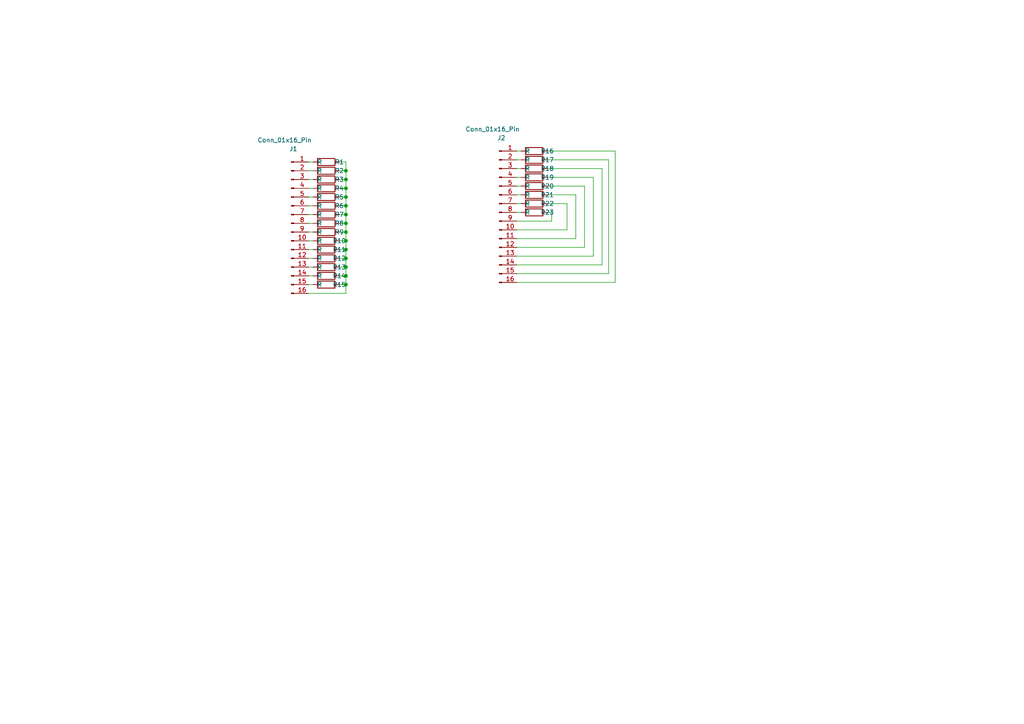
<source format=kicad_sch>
(kicad_sch (version 20230121) (generator eeschema)
  (paper "A4")
  (lib_symbols
    (symbol "Connector:Conn_01x16_Pin" (pin_names (offset 1.016) hide)
      (property "Reference" "J" (at 0 20.32 0))
      (property "Value" "Conn_01x16_Pin" (at 0 -22.86 0))
      (symbol "Conn_01x16_Pin_1_1"
        (polyline (pts (xy 1.27 -20.32) (xy 0.8636 -20.32)) (stroke (width 0.1524)))
        (polyline (pts (xy 1.27 -17.78) (xy 0.8636 -17.78)) (stroke (width 0.1524)))
        (polyline (pts (xy 1.27 -15.24) (xy 0.8636 -15.24)) (stroke (width 0.1524)))
        (polyline (pts (xy 1.27 -12.7) (xy 0.8636 -12.7)) (stroke (width 0.1524)))
        (polyline (pts (xy 1.27 -10.16) (xy 0.8636 -10.16)) (stroke (width 0.1524)))
        (polyline (pts (xy 1.27 -7.62) (xy 0.8636 -7.62)) (stroke (width 0.1524)))
        (polyline (pts (xy 1.27 -5.08) (xy 0.8636 -5.08)) (stroke (width 0.1524)))
        (polyline (pts (xy 1.27 -2.54) (xy 0.8636 -2.54)) (stroke (width 0.1524)))
        (polyline (pts (xy 1.27 0) (xy 0.8636 0)) (stroke (width 0.1524)))
        (polyline (pts (xy 1.27 2.54) (xy 0.8636 2.54)) (stroke (width 0.1524)))
        (polyline (pts (xy 1.27 5.08) (xy 0.8636 5.08)) (stroke (width 0.1524)))
        (polyline (pts (xy 1.27 7.62) (xy 0.8636 7.62)) (stroke (width 0.1524)))
        (polyline (pts (xy 1.27 10.16) (xy 0.8636 10.16)) (stroke (width 0.1524)))
        (polyline (pts (xy 1.27 12.7) (xy 0.8636 12.7)) (stroke (width 0.1524)))
        (polyline (pts (xy 1.27 15.24) (xy 0.8636 15.24)) (stroke (width 0.1524)))
        (polyline (pts (xy 1.27 17.78) (xy 0.8636 17.78)) (stroke (width 0.1524)))
        (rectangle (start 0.8636 -20.193) (end 0 -20.447) (stroke (width 0.1524)) (fill (type outline)))
        (rectangle (start 0.8636 -17.653) (end 0 -17.907) (stroke (width 0.1524)) (fill (type outline)))
        (rectangle (start 0.8636 -15.113) (end 0 -15.367) (stroke (width 0.1524)) (fill (type outline)))
        (rectangle (start 0.8636 -12.573) (end 0 -12.827) (stroke (width 0.1524)) (fill (type outline)))
        (rectangle (start 0.8636 -10.033) (end 0 -10.287) (stroke (width 0.1524)) (fill (type outline)))
        (rectangle (start 0.8636 -7.493) (end 0 -7.747) (stroke (width 0.1524)) (fill (type outline)))
        (rectangle (start 0.8636 -4.953) (end 0 -5.207) (stroke (width 0.1524)) (fill (type outline)))
        (rectangle (start 0.8636 -2.413) (end 0 -2.667) (stroke (width 0.1524)) (fill (type outline)))
        (rectangle (start 0.8636 0.127) (end 0 -0.127) (stroke (width 0.1524)) (fill (type outline)))
        (rectangle (start 0.8636 2.667) (end 0 2.413) (stroke (width 0.1524)) (fill (type outline)))
        (rectangle (start 0.8636 5.207) (end 0 4.953) (stroke (width 0.1524)) (fill (type outline)))
        (rectangle (start 0.8636 7.747) (end 0 7.493) (stroke (width 0.1524)) (fill (type outline)))
        (rectangle (start 0.8636 10.287) (end 0 10.033) (stroke (width 0.1524)) (fill (type outline)))
        (rectangle (start 0.8636 12.827) (end 0 12.573) (stroke (width 0.1524)) (fill (type outline)))
        (rectangle (start 0.8636 15.367) (end 0 15.113) (stroke (width 0.1524)) (fill (type outline)))
        (rectangle (start 0.8636 17.907) (end 0 17.653) (stroke (width 0.1524)) (fill (type outline)))
        (pin passive line (at 5.08 17.78 180) (length 3.81) (name "Pin_1") (number "1"))
        (pin passive line (at 5.08 -5.08 180) (length 3.81) (name "Pin_10") (number "10"))
        (pin passive line (at 5.08 -7.62 180) (length 3.81) (name "Pin_11") (number "11"))
        (pin passive line (at 5.08 -10.16 180) (length 3.81) (name "Pin_12") (number "12"))
        (pin passive line (at 5.08 -12.7 180) (length 3.81) (name "Pin_13") (number "13"))
        (pin passive line (at 5.08 -15.24 180) (length 3.81) (name "Pin_14") (number "14"))
        (pin passive line (at 5.08 -17.78 180) (length 3.81) (name "Pin_15") (number "15"))
        (pin passive line (at 5.08 -20.32 180) (length 3.81) (name "Pin_16") (number "16"))
        (pin passive line (at 5.08 15.24 180) (length 3.81) (name "Pin_2") (number "2"))
        (pin passive line (at 5.08 12.7 180) (length 3.81) (name "Pin_3") (number "3"))
        (pin passive line (at 5.08 10.16 180) (length 3.81) (name "Pin_4") (number "4"))
        (pin passive line (at 5.08 7.62 180) (length 3.81) (name "Pin_5") (number "5"))
        (pin passive line (at 5.08 5.08 180) (length 3.81) (name "Pin_6") (number "6"))
        (pin passive line (at 5.08 2.54 180) (length 3.81) (name "Pin_7") (number "7"))
        (pin passive line (at 5.08 0 180) (length 3.81) (name "Pin_8") (number "8"))
        (pin passive line (at 5.08 -2.54 180) (length 3.81) (name "Pin_9") (number "9"))
      )
    )
    (symbol "Device:R" (pin_numbers hide) (pin_names (offset 0))
      (property "Reference" "R" (at 2.032 0 90))
      (property "Value" "R" (at 0 0 90))
      (symbol "R_0_1"
        (rectangle (start -1.016 -2.54) (end 1.016 2.54) (stroke (width 0.254)))
      )
      (symbol "R_1_1"
        (pin passive line (at 0 3.81 270) (length 1.27) (name "~") (number "1"))
        (pin passive line (at 0 -3.81 90) (length 1.27) (name "~") (number "2"))
      )
    )
  )
  (junction (at 100.33 69.85))
  (junction (at 100.33 82.55))
  (junction (at 100.33 52.07))
  (junction (at 100.33 57.15))
  (junction (at 100.33 67.31))
  (junction (at 100.33 80.01))
  (junction (at 100.33 64.77))
  (junction (at 100.33 62.23))
  (junction (at 100.33 72.39))
  (junction (at 100.33 77.47))
  (junction (at 100.33 59.69))
  (junction (at 100.33 54.61))
  (junction (at 100.33 74.93))
  (junction (at 100.33 49.53))
  (wire (pts (xy 149.86 46.355) (xy 151.13 46.355)))
  (wire (pts (xy 98.425 46.99) (xy 100.33 46.99)))
  (wire (pts (xy 89.535 62.23) (xy 90.805 62.23)))
  (wire (pts (xy 98.425 59.69) (xy 100.33 59.69)))
  (wire (pts (xy 89.535 49.53) (xy 90.805 49.53)))
  (wire (pts (xy 100.33 69.85) (xy 100.33 67.31)))
  (wire (pts (xy 100.33 57.15) (xy 100.33 54.61)))
  (wire (pts (xy 149.86 56.515) (xy 151.13 56.515)))
  (wire (pts (xy 149.86 48.895) (xy 151.13 48.895)))
  (wire (pts (xy 98.425 74.93) (xy 100.33 74.93)))
  (wire (pts (xy 100.33 74.93) (xy 100.33 72.39)))
  (wire (pts (xy 149.86 69.215) (xy 167.005 69.215)))
  (wire (pts (xy 89.535 67.31) (xy 90.805 67.31)))
  (wire (pts (xy 158.75 53.975) (xy 169.545 53.975)))
  (wire (pts (xy 100.33 77.47) (xy 100.33 74.93)))
  (wire (pts (xy 164.465 66.675) (xy 164.465 59.055)))
  (wire (pts (xy 149.86 59.055) (xy 151.13 59.055)))
  (wire (pts (xy 89.535 74.93) (xy 90.805 74.93)))
  (wire (pts (xy 89.535 59.69) (xy 90.805 59.69)))
  (wire (pts (xy 98.425 69.85) (xy 100.33 69.85)))
  (wire (pts (xy 158.75 48.895) (xy 174.625 48.895)))
  (wire (pts (xy 149.86 71.755) (xy 169.545 71.755)))
  (wire (pts (xy 167.005 56.515) (xy 167.005 69.215)))
  (wire (pts (xy 100.33 52.07) (xy 100.33 49.53)))
  (wire (pts (xy 178.435 43.815) (xy 158.75 43.815)))
  (wire (pts (xy 98.425 54.61) (xy 100.33 54.61)))
  (wire (pts (xy 149.86 51.435) (xy 151.13 51.435)))
  (wire (pts (xy 149.86 64.135) (xy 160.02 64.135)))
  (wire (pts (xy 98.425 67.31) (xy 100.33 67.31)))
  (wire (pts (xy 89.535 85.09) (xy 100.33 85.09)))
  (wire (pts (xy 149.86 61.595) (xy 151.13 61.595)))
  (wire (pts (xy 100.33 80.01) (xy 100.33 77.47)))
  (wire (pts (xy 98.425 49.53) (xy 100.33 49.53)))
  (wire (pts (xy 172.085 74.295) (xy 172.085 51.435)))
  (wire (pts (xy 100.33 46.99) (xy 100.33 49.53)))
  (wire (pts (xy 89.535 64.77) (xy 90.805 64.77)))
  (wire (pts (xy 149.86 76.835) (xy 174.625 76.835)))
  (wire (pts (xy 98.425 72.39) (xy 100.33 72.39)))
  (wire (pts (xy 98.425 52.07) (xy 100.33 52.07)))
  (wire (pts (xy 176.53 79.375) (xy 176.53 46.355)))
  (wire (pts (xy 158.75 56.515) (xy 167.005 56.515)))
  (wire (pts (xy 89.535 77.47) (xy 90.805 77.47)))
  (wire (pts (xy 158.75 61.595) (xy 160.02 61.595)))
  (wire (pts (xy 100.33 62.23) (xy 100.33 59.69)))
  (wire (pts (xy 149.86 43.815) (xy 151.13 43.815)))
  (wire (pts (xy 89.535 69.85) (xy 90.805 69.85)))
  (wire (pts (xy 164.465 59.055) (xy 158.75 59.055)))
  (wire (pts (xy 149.86 74.295) (xy 172.085 74.295)))
  (wire (pts (xy 149.86 53.975) (xy 151.13 53.975)))
  (wire (pts (xy 98.425 77.47) (xy 100.33 77.47)))
  (wire (pts (xy 98.425 80.01) (xy 100.33 80.01)))
  (wire (pts (xy 98.425 62.23) (xy 100.33 62.23)))
  (wire (pts (xy 100.33 54.61) (xy 100.33 52.07)))
  (wire (pts (xy 89.535 54.61) (xy 90.805 54.61)))
  (wire (pts (xy 160.02 61.595) (xy 160.02 64.135)))
  (wire (pts (xy 100.33 85.09) (xy 100.33 82.55)))
  (wire (pts (xy 100.33 82.55) (xy 100.33 80.01)))
  (wire (pts (xy 89.535 72.39) (xy 90.805 72.39)))
  (wire (pts (xy 149.86 79.375) (xy 176.53 79.375)))
  (wire (pts (xy 172.085 51.435) (xy 158.75 51.435)))
  (wire (pts (xy 174.625 48.895) (xy 174.625 76.835)))
  (wire (pts (xy 89.535 46.99) (xy 90.805 46.99)))
  (wire (pts (xy 89.535 80.01) (xy 90.805 80.01)))
  (wire (pts (xy 89.535 52.07) (xy 90.805 52.07)))
  (wire (pts (xy 89.535 82.55) (xy 90.805 82.55)))
  (wire (pts (xy 100.33 59.69) (xy 100.33 57.15)))
  (wire (pts (xy 98.425 64.77) (xy 100.33 64.77)))
  (wire (pts (xy 100.33 72.39) (xy 100.33 69.85)))
  (wire (pts (xy 149.86 81.915) (xy 178.435 81.915)))
  (wire (pts (xy 89.535 57.15) (xy 90.805 57.15)))
  (wire (pts (xy 100.33 67.31) (xy 100.33 64.77)))
  (wire (pts (xy 169.545 53.975) (xy 169.545 71.755)))
  (wire (pts (xy 149.86 66.675) (xy 164.465 66.675)))
  (wire (pts (xy 178.435 81.915) (xy 178.435 43.815)))
  (wire (pts (xy 98.425 82.55) (xy 100.33 82.55)))
  (wire (pts (xy 98.425 57.15) (xy 100.33 57.15)))
  (wire (pts (xy 176.53 46.355) (xy 158.75 46.355)))
  (wire (pts (xy 100.33 64.77) (xy 100.33 62.23)))
  (symbol (lib_id "Device:R") (at 94.615 59.69 90) (unit 1)
    (property "Reference" "R6" (at 98.425 59.69 90))
    (property "Value" "R" (at 92.71 59.69 90))
    (property "Footprint" "RNDip16:R_0805" (effects hide))
  )
  (symbol (lib_id "Device:R") (at 94.615 49.53 90) (unit 1)
    (property "Reference" "R2" (at 98.425 49.53 90))
    (property "Value" "R" (at 92.71 49.53 90))
    (property "Footprint" "RNDip16:R_0805" (effects hide))
  )
  (symbol (lib_id "Device:R") (at 94.615 46.99 90) (unit 1)
    (property "Reference" "R1" (at 98.425 46.99 90))
    (property "Value" "R" (at 92.71 46.99 90))
    (property "Footprint" "RNDip16:R_0805" (effects hide))
  )
  (symbol (lib_id "Connector:Conn_01x16_Pin") (at 84.455 64.77 0) (unit 1)
    (property "Reference" "J1" (at 85.09 43.18 0))
    (property "Value" "Conn_01x16_Pin" (at 82.55 40.64 0))
    (property "Footprint" "RNDip16:Dip16_package" (effects hide))
  )
  (symbol (lib_id "Device:R") (at 94.615 62.23 90) (unit 1)
    (property "Reference" "R7" (at 98.425 62.23 90))
    (property "Value" "R" (at 92.71 62.23 90))
    (property "Footprint" "RNDip16:R_0805" (effects hide))
  )
  (symbol (lib_id "Device:R") (at 154.94 51.435 90) (unit 1)
    (property "Reference" "R19" (at 158.75 51.435 90))
    (property "Value" "R" (at 153.035 51.435 90))
    (property "Footprint" "RNDip16:R_0805" (effects hide))
  )
  (symbol (lib_id "Device:R") (at 154.94 56.515 90) (unit 1)
    (property "Reference" "R21" (at 158.75 56.515 90))
    (property "Value" "R" (at 153.035 56.515 90))
    (property "Footprint" "RNDip16:R_0805" (effects hide))
  )
  (symbol (lib_id "Device:R") (at 154.94 53.975 90) (unit 1)
    (property "Reference" "R20" (at 158.75 53.975 90))
    (property "Value" "R" (at 153.035 53.975 90))
    (property "Footprint" "RNDip16:R_0805" (effects hide))
  )
  (symbol (lib_id "Device:R") (at 94.615 57.15 90) (unit 1)
    (property "Reference" "R5" (at 98.425 57.15 90))
    (property "Value" "R" (at 92.71 57.15 90))
    (property "Footprint" "RNDip16:R_0805" (effects hide))
  )
  (symbol (lib_id "Device:R") (at 94.615 54.61 90) (unit 1)
    (property "Reference" "R4" (at 98.425 54.61 90))
    (property "Value" "R" (at 92.71 54.61 90))
    (property "Footprint" "RNDip16:R_0805" (effects hide))
  )
  (symbol (lib_id "Device:R") (at 94.615 74.93 90) (unit 1)
    (property "Reference" "R12" (at 98.425 74.93 90))
    (property "Value" "R" (at 92.71 74.93 90))
    (property "Footprint" "RNDip16:R_0805" (effects hide))
  )
  (symbol (lib_id "Device:R") (at 94.615 69.85 90) (unit 1)
    (property "Reference" "R10" (at 98.425 69.85 90))
    (property "Value" "R" (at 92.71 69.85 90))
    (property "Footprint" "RNDip16:R_0805" (effects hide))
  )
  (symbol (lib_id "Device:R") (at 94.615 64.77 90) (unit 1)
    (property "Reference" "R8" (at 98.425 64.77 90))
    (property "Value" "R" (at 92.71 64.77 90))
    (property "Footprint" "RNDip16:R_0805" (effects hide))
  )
  (symbol (lib_id "Device:R") (at 94.615 77.47 90) (unit 1)
    (property "Reference" "R13" (at 98.425 77.47 90))
    (property "Value" "R" (at 92.71 77.47 90))
    (property "Footprint" "RNDip16:R_0805" (effects hide))
  )
  (symbol (lib_id "Connector:Conn_01x16_Pin") (at 144.78 61.595 0) (unit 1)
    (property "Reference" "J2" (at 145.415 40.005 0))
    (property "Value" "Conn_01x16_Pin" (at 142.875 37.465 0))
    (property "Footprint" "RNDip16:Dip16_package" (effects hide))
  )
  (symbol (lib_id "Device:R") (at 154.94 43.815 90) (unit 1)
    (property "Reference" "R16" (at 158.75 43.815 90))
    (property "Value" "R" (at 153.035 43.815 90))
    (property "Footprint" "RNDip16:R_0805" (effects hide))
  )
  (symbol (lib_id "Device:R") (at 94.615 80.01 90) (unit 1)
    (property "Reference" "R14" (at 98.425 80.01 90))
    (property "Value" "R" (at 92.71 80.01 90))
    (property "Footprint" "RNDip16:R_0805" (effects hide))
  )
  (symbol (lib_id "Device:R") (at 154.94 59.055 90) (unit 1)
    (property "Reference" "R22" (at 158.75 59.055 90))
    (property "Value" "R" (at 153.035 59.055 90))
    (property "Footprint" "RNDip16:R_0805" (effects hide))
  )
  (symbol (lib_id "Device:R") (at 94.615 67.31 90) (unit 1)
    (property "Reference" "R9" (at 98.425 67.31 90))
    (property "Value" "R" (at 92.71 67.31 90))
    (property "Footprint" "RNDip16:R_0805" (effects hide))
  )
  (symbol (lib_id "Device:R") (at 154.94 48.895 90) (unit 1)
    (property "Reference" "R18" (at 158.75 48.895 90))
    (property "Value" "R" (at 153.035 48.895 90))
    (property "Footprint" "RNDip16:R_0805" (effects hide))
  )
  (symbol (lib_id "Device:R") (at 154.94 61.595 90) (unit 1)
    (property "Reference" "R23" (at 158.75 61.595 90))
    (property "Value" "R" (at 153.035 61.595 90))
    (property "Footprint" "RNDip16:R_0805" (effects hide))
  )
  (symbol (lib_id "Device:R") (at 94.615 52.07 90) (unit 1)
    (property "Reference" "R3" (at 98.425 52.07 90))
    (property "Value" "R" (at 92.71 52.07 90))
    (property "Footprint" "RNDip16:R_0805" (effects hide))
  )
  (symbol (lib_id "Device:R") (at 94.615 72.39 90) (unit 1)
    (property "Reference" "R11" (at 98.425 72.39 90))
    (property "Value" "R" (at 92.71 72.39 90))
    (property "Footprint" "RNDip16:R_0805" (effects hide))
  )
  (symbol (lib_id "Device:R") (at 154.94 46.355 90) (unit 1)
    (property "Reference" "R17" (at 158.75 46.355 90))
    (property "Value" "R" (at 153.035 46.355 90))
    (property "Footprint" "RNDip16:R_0805" (effects hide))
  )
  (symbol (lib_id "Device:R") (at 94.615 82.55 90) (unit 1)
    (property "Reference" "R15" (at 98.425 82.55 90))
    (property "Value" "R" (at 92.71 82.55 90))
    (property "Footprint" "RNDip16:R_0805" (effects hide))
  )
)
</source>
